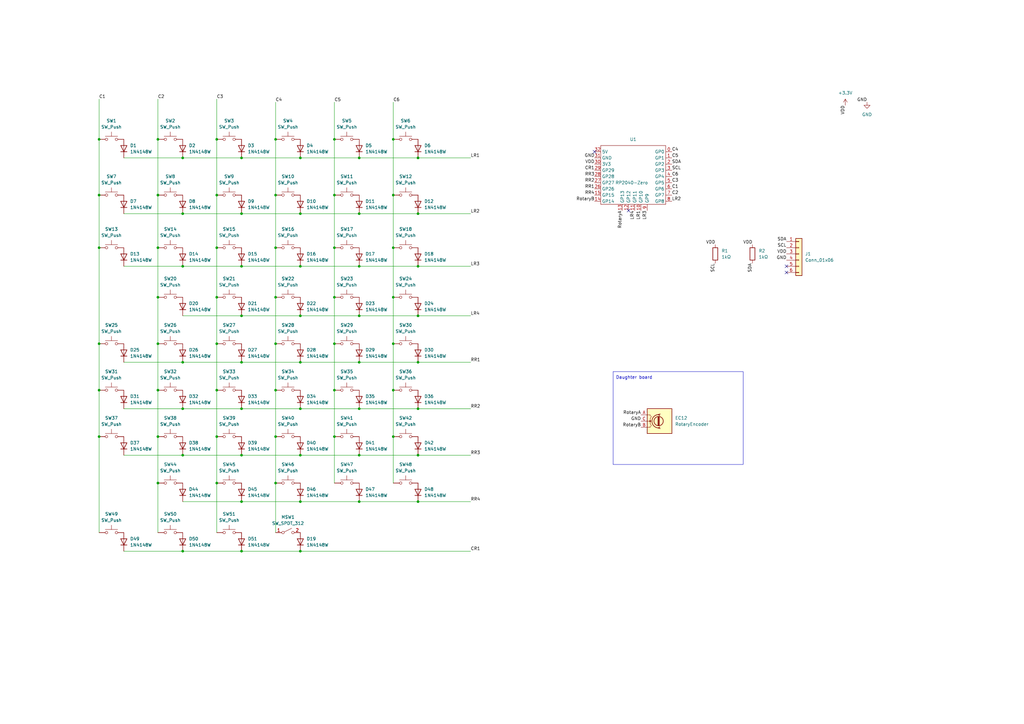
<source format=kicad_sch>
(kicad_sch (version 20231120) (generator "eeschema") (generator_version "8.0")
  (paper "A3")
  (lib_symbols
    (symbol "Connector_Generic:Conn_01x06" (pin_names (offset 1.016) hide)
      (property "Reference" "J" (at 0 7.62 0))
      (property "Value" "Conn_01x06" (at 0 -10.16 0))
      (symbol "Conn_01x06_1_1"
        (rectangle (start -1.27 -7.493) (end 0 -7.747) (stroke (width 0.1524)))
        (rectangle (start -1.27 -4.953) (end 0 -5.207) (stroke (width 0.1524)))
        (rectangle (start -1.27 -2.413) (end 0 -2.667) (stroke (width 0.1524)))
        (rectangle (start -1.27 0.127) (end 0 -0.127) (stroke (width 0.1524)))
        (rectangle (start -1.27 2.667) (end 0 2.413) (stroke (width 0.1524)))
        (rectangle (start -1.27 5.207) (end 0 4.953) (stroke (width 0.1524)))
        (rectangle (start -1.27 6.35) (end 1.27 -8.89) (stroke (width 0.254)) (fill (type background)))
        (pin passive line (at -5.08 5.08 0) (length 3.81) (name "Pin_1") (number "1"))
        (pin passive line (at -5.08 2.54 0) (length 3.81) (name "Pin_2") (number "2"))
        (pin passive line (at -5.08 0 0) (length 3.81) (name "Pin_3") (number "3"))
        (pin passive line (at -5.08 -2.54 0) (length 3.81) (name "Pin_4") (number "4"))
        (pin passive line (at -5.08 -5.08 0) (length 3.81) (name "Pin_5") (number "5"))
        (pin passive line (at -5.08 -7.62 0) (length 3.81) (name "Pin_6") (number "6"))
      )
    )
    (symbol "Device:R" (pin_numbers hide) (pin_names (offset 0))
      (property "Reference" "R" (at 2.032 0 90))
      (property "Value" "R" (at 0 0 90))
      (symbol "R_0_1"
        (rectangle (start -1.016 -2.54) (end 1.016 2.54) (stroke (width 0.254)))
      )
      (symbol "R_1_1"
        (pin passive line (at 0 3.81 270) (length 1.27) (name "~") (number "1"))
        (pin passive line (at 0 -3.81 90) (length 1.27) (name "~") (number "2"))
      )
    )
    (symbol "Device:RotaryEncoder" (pin_names (offset 0.254) hide)
      (property "Reference" "SW" (at 0 6.604 0))
      (property "Value" "RotaryEncoder" (at 0 -6.604 0))
      (symbol "RotaryEncoder_0_1"
        (rectangle (start -5.08 5.08) (end 5.08 -5.08) (stroke (width 0.254)) (fill (type background)))
        (circle (center -3.81 0) (radius 0.254) (fill (type outline)))
        (circle (center -0.381 0) (radius 1.905) (stroke (width 0.254)))
        (arc (start -0.381 2.667) (mid -3.0988 -0.0635) (end -0.381 -2.794) (stroke (width 0.254)))
        (polyline (pts (xy -0.635 -1.778) (xy -0.635 1.778)) (stroke (width 0.254)))
        (polyline (pts (xy -0.381 -1.778) (xy -0.381 1.778)) (stroke (width 0.254)))
        (polyline (pts (xy -0.127 1.778) (xy -0.127 -1.778)) (stroke (width 0.254)))
        (polyline (pts (xy -5.08 -2.54) (xy -3.81 -2.54) (xy -3.81 -2.032)))
        (polyline (pts (xy -5.08 2.54) (xy -3.81 2.54) (xy -3.81 2.032)))
        (polyline (pts (xy 0.254 -3.048) (xy -0.508 -2.794) (xy 0.127 -2.413)) (stroke (width 0.254)))
        (polyline (pts (xy 0.254 2.921) (xy -0.508 2.667) (xy 0.127 2.286)) (stroke (width 0.254)))
        (polyline (pts (xy -5.08 0) (xy -3.81 0) (xy -3.81 -1.016) (xy -3.302 -2.032)))
        (polyline (pts (xy -4.318 0) (xy -3.81 0) (xy -3.81 1.016) (xy -3.302 2.032)))
      )
      (symbol "RotaryEncoder_1_1"
        (pin passive line (at -7.62 2.54 0) (length 2.54) (name "A") (number "A"))
        (pin passive line (at -7.62 -2.54 0) (length 2.54) (name "B") (number "B"))
        (pin passive line (at -7.62 0 0) (length 2.54) (name "C") (number "C"))
      )
    )
    (symbol "Diode:1N4148W" (pin_numbers hide) (pin_names hide)
      (property "Reference" "D" (at 0 2.54 0))
      (property "Value" "1N4148W" (at 0 -2.54 0))
      (symbol "1N4148W_0_1"
        (polyline (pts (xy -1.27 1.27) (xy -1.27 -1.27)) (stroke (width 0.254)))
        (polyline (pts (xy 1.27 0) (xy -1.27 0)))
        (polyline (pts (xy 1.27 1.27) (xy 1.27 -1.27) (xy -1.27 0) (xy 1.27 1.27)) (stroke (width 0.254)))
      )
      (symbol "1N4148W_1_1"
        (pin passive line (at -3.81 0 0) (length 2.54) (name "K") (number "1"))
        (pin passive line (at 3.81 0 180) (length 2.54) (name "A") (number "2"))
      )
    )
    (symbol "Switch:SW_Push" (pin_numbers hide) (pin_names (offset 1.016) hide)
      (property "Reference" "SW" (at 1.27 2.54 0))
      (property "Value" "SW_Push" (at 0 -1.524 0))
      (symbol "SW_Push_0_1"
        (circle (center -2.032 0) (radius 0.508))
        (polyline (pts (xy 0 1.27) (xy 0 3.048)))
        (polyline (pts (xy 2.54 1.27) (xy -2.54 1.27)))
        (circle (center 2.032 0) (radius 0.508))
        (pin passive line (at -5.08 0 0) (length 2.54) (name "1") (number "1"))
        (pin passive line (at 5.08 0 180) (length 2.54) (name "2") (number "2"))
      )
    )
    (symbol "Switch:SW_SPST" (pin_names (offset 0) hide)
      (property "Reference" "SW" (at 0 3.175 0))
      (property "Value" "SW_SPST" (at 0 -2.54 0))
      (symbol "SW_SPST_0_0"
        (circle (center -2.032 0) (radius 0.508))
        (polyline (pts (xy -1.524 0.254) (xy 1.524 1.778)))
        (circle (center 2.032 0) (radius 0.508))
      )
      (symbol "SW_SPST_1_1"
        (pin passive line (at -5.08 0 0) (length 2.54) (name "A") (number "1"))
        (pin passive line (at 5.08 0 180) (length 2.54) (name "B") (number "2"))
      )
    )
    (symbol "keyboard:RP2040-zero"
      (property "Reference" "U" (at 0 0 0))
      (symbol "RP2040-zero_0_1"
        (rectangle (start -13.97 11.43) (end 12.7 -12.7))
      )
      (symbol "RP2040-zero_1_1"
        (pin passive line (at 15.24 8.89 180) (length 2.54) (name "GP0") (number "0"))
        (pin passive line (at 15.24 6.35 180) (length 2.54) (name "GP1") (number "1"))
        (pin passive line (at 2.54 -15.24 90) (length 2.54) (name "GP10") (number "10"))
        (pin passive line (at 0 -15.24 90) (length 2.54) (name "GP11") (number "11"))
        (pin passive line (at -2.54 -15.24 90) (length 2.54) (name "GP12") (number "12"))
        (pin passive line (at -5.08 -15.24 90) (length 2.54) (name "GP13") (number "13"))
        (pin passive line (at -16.51 -11.43 0) (length 2.54) (name "GP14") (number "14"))
        (pin passive line (at -16.51 -8.89 0) (length 2.54) (name "GP15") (number "15"))
        (pin passive line (at 15.24 3.81 180) (length 2.54) (name "GP2") (number "2"))
        (pin passive line (at -16.51 -6.35 0) (length 2.54) (name "GP26") (number "26"))
        (pin passive line (at -16.51 -3.81 0) (length 2.54) (name "GP27") (number "27"))
        (pin passive line (at -16.51 -1.27 0) (length 2.54) (name "GP28") (number "28"))
        (pin passive line (at -16.51 1.27 0) (length 2.54) (name "GP29") (number "29"))
        (pin passive line (at 15.24 1.27 180) (length 2.54) (name "GP3") (number "3"))
        (pin power_out line (at -16.51 3.81 0) (length 2.54) (name "3V3") (number "30"))
        (pin power_out line (at -16.51 6.35 0) (length 2.54) (name "GND") (number "31"))
        (pin power_out line (at -16.51 8.89 0) (length 2.54) (name "5V") (number "32"))
        (pin passive line (at 15.24 -1.27 180) (length 2.54) (name "GP4") (number "4"))
        (pin passive line (at 15.24 -3.81 180) (length 2.54) (name "GP5") (number "5"))
        (pin passive line (at 15.24 -6.35 180) (length 2.54) (name "GP6") (number "6"))
        (pin passive line (at 15.24 -8.89 180) (length 2.54) (name "GP7") (number "7"))
        (pin passive line (at 15.24 -11.43 180) (length 2.54) (name "GP8") (number "8"))
        (pin passive line (at 5.08 -15.24 90) (length 2.54) (name "GP9") (number "9"))
      )
    )
    (symbol "power:+3.3V" (power) (pin_names (offset 0))
      (property "Value" "+3.3V" (at 0 3.556 0))
      (symbol "+3.3V_0_1"
        (polyline (pts (xy -0.762 1.27) (xy 0 2.54)))
        (polyline (pts (xy 0 0) (xy 0 2.54)))
        (polyline (pts (xy 0 2.54) (xy 0.762 1.27)))
      )
      (symbol "+3.3V_1_1"
        (pin power_in line (at 0 0 90) (length 0) hide (name "+3.3V") (number "1"))
      )
    )
    (symbol "power:GND" (power) (pin_names (offset 0))
      (property "Value" "GND" (at 0 -3.81 0))
      (symbol "GND_0_1"
        (polyline (pts (xy 0 0) (xy 0 -1.27) (xy 1.27 -1.27) (xy 0 -2.54) (xy -1.27 -1.27) (xy 0 -1.27)))
      )
      (symbol "GND_1_1"
        (pin power_in line (at 0 0 270) (length 0) hide (name "GND") (number "1"))
      )
    )
  )
  (junction (at 40.64 57.15))
  (junction (at 147.32 205.74))
  (junction (at 147.32 64.77))
  (junction (at 113.03 179.07))
  (junction (at 64.77 179.07))
  (junction (at 99.06 64.77))
  (junction (at 113.03 57.15))
  (junction (at 99.06 226.06))
  (junction (at 88.9 179.07))
  (junction (at 99.06 148.59))
  (junction (at 40.64 160.02))
  (junction (at 123.19 167.64))
  (junction (at 147.32 186.69))
  (junction (at 161.29 160.02))
  (junction (at 99.06 87.63))
  (junction (at 161.29 57.15))
  (junction (at 113.03 160.02))
  (junction (at 40.64 80.01))
  (junction (at 74.93 109.22))
  (junction (at 113.03 198.12))
  (junction (at 74.93 87.63))
  (junction (at 161.29 80.01))
  (junction (at 99.06 167.64))
  (junction (at 74.93 186.69))
  (junction (at 171.45 109.22))
  (junction (at 147.32 129.54))
  (junction (at 161.29 101.6))
  (junction (at 161.29 179.07))
  (junction (at 123.19 87.63))
  (junction (at 99.06 186.69))
  (junction (at 171.45 167.64))
  (junction (at 113.03 121.92))
  (junction (at 123.19 205.74))
  (junction (at 137.16 160.02))
  (junction (at 147.32 109.22))
  (junction (at 147.32 148.59))
  (junction (at 171.45 205.74))
  (junction (at 123.19 226.06))
  (junction (at 74.93 226.06))
  (junction (at 137.16 179.07))
  (junction (at 40.64 101.6))
  (junction (at 137.16 140.97))
  (junction (at 64.77 101.6))
  (junction (at 88.9 57.15))
  (junction (at 64.77 121.92))
  (junction (at 123.19 148.59))
  (junction (at 88.9 121.92))
  (junction (at 99.06 129.54))
  (junction (at 137.16 101.6))
  (junction (at 64.77 57.15))
  (junction (at 137.16 121.92))
  (junction (at 161.29 121.92))
  (junction (at 123.19 186.69))
  (junction (at 88.9 140.97))
  (junction (at 74.93 167.64))
  (junction (at 40.64 140.97))
  (junction (at 74.93 64.77))
  (junction (at 88.9 160.02))
  (junction (at 88.9 101.6))
  (junction (at 64.77 198.12))
  (junction (at 161.29 140.97))
  (junction (at 64.77 140.97))
  (junction (at 113.03 140.97))
  (junction (at 113.03 101.6))
  (junction (at 171.45 87.63))
  (junction (at 64.77 80.01))
  (junction (at 171.45 186.69))
  (junction (at 88.9 198.12))
  (junction (at 88.9 80.01))
  (junction (at 123.19 64.77))
  (junction (at 171.45 129.54))
  (junction (at 147.32 87.63))
  (junction (at 171.45 148.59))
  (junction (at 171.45 64.77))
  (junction (at 40.64 179.07))
  (junction (at 74.93 148.59))
  (junction (at 99.06 109.22))
  (junction (at 123.19 129.54))
  (junction (at 147.32 167.64))
  (junction (at 99.06 205.74))
  (junction (at 123.19 109.22))
  (junction (at 137.16 57.15))
  (junction (at 137.16 80.01))
  (junction (at 113.03 80.01))
  (junction (at 64.77 160.02))
  (no_connect (at 322.58 109.22))
  (no_connect (at 322.58 111.76))
  (no_connect (at 257.81 86.36))
  (no_connect (at 243.84 62.23))
  (wire (pts (xy 147.32 167.64) (xy 171.45 167.64)))
  (wire (pts (xy 64.77 179.07) (xy 64.77 198.12)))
  (wire (pts (xy 88.9 179.07) (xy 88.9 198.12)))
  (wire (pts (xy 50.8 87.63) (xy 74.93 87.63)))
  (wire (pts (xy 137.16 41.91) (xy 137.16 57.15)))
  (wire (pts (xy 171.45 148.59) (xy 193.04 148.59)))
  (wire (pts (xy 88.9 121.92) (xy 88.9 140.97)))
  (wire (pts (xy 40.64 57.15) (xy 40.64 80.01)))
  (wire (pts (xy 147.32 186.69) (xy 171.45 186.69)))
  (wire (pts (xy 161.29 57.15) (xy 161.29 80.01)))
  (wire (pts (xy 137.16 101.6) (xy 137.16 121.92)))
  (wire (pts (xy 171.45 186.69) (xy 193.04 186.69)))
  (wire (pts (xy 64.77 101.6) (xy 64.77 121.92)))
  (wire (pts (xy 64.77 121.92) (xy 64.77 140.97)))
  (wire (pts (xy 161.29 140.97) (xy 161.29 160.02)))
  (wire (pts (xy 171.45 205.74) (xy 193.04 205.74)))
  (wire (pts (xy 74.93 167.64) (xy 99.06 167.64)))
  (wire (pts (xy 99.06 148.59) (xy 123.19 148.59)))
  (wire (pts (xy 74.93 205.74) (xy 99.06 205.74)))
  (wire (pts (xy 50.8 186.69) (xy 74.93 186.69)))
  (wire (pts (xy 113.03 160.02) (xy 113.03 179.07)))
  (wire (pts (xy 113.03 80.01) (xy 113.03 101.6)))
  (wire (pts (xy 113.03 41.91) (xy 113.03 57.15)))
  (wire (pts (xy 137.16 121.92) (xy 137.16 140.97)))
  (wire (pts (xy 171.45 109.22) (xy 193.04 109.22)))
  (wire (pts (xy 88.9 40.64) (xy 88.9 57.15)))
  (wire (pts (xy 113.03 140.97) (xy 113.03 160.02)))
  (wire (pts (xy 123.19 129.54) (xy 147.32 129.54)))
  (wire (pts (xy 74.93 129.54) (xy 99.06 129.54)))
  (wire (pts (xy 99.06 226.06) (xy 123.19 226.06)))
  (wire (pts (xy 137.16 179.07) (xy 137.16 198.12)))
  (wire (pts (xy 147.32 64.77) (xy 171.45 64.77)))
  (wire (pts (xy 40.64 40.64) (xy 40.64 57.15)))
  (wire (pts (xy 74.93 109.22) (xy 99.06 109.22)))
  (wire (pts (xy 88.9 80.01) (xy 88.9 101.6)))
  (wire (pts (xy 123.19 87.63) (xy 147.32 87.63)))
  (wire (pts (xy 113.03 198.12) (xy 113.03 218.44)))
  (wire (pts (xy 74.93 226.06) (xy 99.06 226.06)))
  (wire (pts (xy 161.29 101.6) (xy 161.29 121.92)))
  (wire (pts (xy 50.8 64.77) (xy 74.93 64.77)))
  (wire (pts (xy 161.29 41.91) (xy 161.29 57.15)))
  (wire (pts (xy 40.64 80.01) (xy 40.64 101.6)))
  (wire (pts (xy 123.19 205.74) (xy 147.32 205.74)))
  (wire (pts (xy 171.45 87.63) (xy 193.04 87.63)))
  (wire (pts (xy 123.19 64.77) (xy 147.32 64.77)))
  (wire (pts (xy 88.9 198.12) (xy 88.9 218.44)))
  (wire (pts (xy 64.77 198.12) (xy 64.77 218.44)))
  (wire (pts (xy 74.93 64.77) (xy 99.06 64.77)))
  (wire (pts (xy 123.19 148.59) (xy 147.32 148.59)))
  (wire (pts (xy 147.32 87.63) (xy 171.45 87.63)))
  (wire (pts (xy 161.29 121.92) (xy 161.29 140.97)))
  (wire (pts (xy 40.64 160.02) (xy 40.64 179.07)))
  (wire (pts (xy 40.64 179.07) (xy 40.64 218.44)))
  (wire (pts (xy 88.9 140.97) (xy 88.9 160.02)))
  (wire (pts (xy 64.77 40.64) (xy 64.77 57.15)))
  (wire (pts (xy 113.03 57.15) (xy 113.03 80.01)))
  (wire (pts (xy 147.32 129.54) (xy 171.45 129.54)))
  (wire (pts (xy 64.77 80.01) (xy 64.77 101.6)))
  (wire (pts (xy 137.16 57.15) (xy 137.16 80.01)))
  (wire (pts (xy 137.16 160.02) (xy 137.16 179.07)))
  (wire (pts (xy 123.19 226.06) (xy 193.04 226.06)))
  (wire (pts (xy 171.45 64.77) (xy 193.04 64.77)))
  (wire (pts (xy 64.77 160.02) (xy 64.77 179.07)))
  (wire (pts (xy 113.03 179.07) (xy 113.03 198.12)))
  (wire (pts (xy 161.29 179.07) (xy 161.29 198.12)))
  (wire (pts (xy 123.19 109.22) (xy 147.32 109.22)))
  (wire (pts (xy 64.77 57.15) (xy 64.77 80.01)))
  (wire (pts (xy 113.03 101.6) (xy 113.03 121.92)))
  (wire (pts (xy 171.45 167.64) (xy 193.04 167.64)))
  (wire (pts (xy 99.06 109.22) (xy 123.19 109.22)))
  (wire (pts (xy 99.06 87.63) (xy 123.19 87.63)))
  (wire (pts (xy 171.45 129.54) (xy 193.04 129.54)))
  (wire (pts (xy 123.19 186.69) (xy 147.32 186.69)))
  (wire (pts (xy 99.06 167.64) (xy 123.19 167.64)))
  (wire (pts (xy 99.06 64.77) (xy 123.19 64.77)))
  (wire (pts (xy 50.8 226.06) (xy 74.93 226.06)))
  (wire (pts (xy 137.16 80.01) (xy 137.16 101.6)))
  (wire (pts (xy 123.19 167.64) (xy 147.32 167.64)))
  (wire (pts (xy 50.8 167.64) (xy 74.93 167.64)))
  (wire (pts (xy 161.29 160.02) (xy 161.29 179.07)))
  (wire (pts (xy 147.32 205.74) (xy 171.45 205.74)))
  (wire (pts (xy 88.9 160.02) (xy 88.9 179.07)))
  (wire (pts (xy 88.9 101.6) (xy 88.9 121.92)))
  (wire (pts (xy 64.77 140.97) (xy 64.77 160.02)))
  (wire (pts (xy 40.64 101.6) (xy 40.64 140.97)))
  (wire (pts (xy 137.16 140.97) (xy 137.16 160.02)))
  (wire (pts (xy 50.8 148.59) (xy 74.93 148.59)))
  (wire (pts (xy 88.9 57.15) (xy 88.9 80.01)))
  (wire (pts (xy 113.03 121.92) (xy 113.03 140.97)))
  (wire (pts (xy 161.29 80.01) (xy 161.29 101.6)))
  (wire (pts (xy 99.06 186.69) (xy 123.19 186.69)))
  (wire (pts (xy 74.93 148.59) (xy 99.06 148.59)))
  (wire (pts (xy 147.32 109.22) (xy 171.45 109.22)))
  (wire (pts (xy 40.64 140.97) (xy 40.64 160.02)))
  (wire (pts (xy 99.06 129.54) (xy 123.19 129.54)))
  (wire (pts (xy 50.8 109.22) (xy 74.93 109.22)))
  (wire (pts (xy 99.06 205.74) (xy 123.19 205.74)))
  (wire (pts (xy 147.32 148.59) (xy 171.45 148.59)))
  (wire (pts (xy 74.93 87.63) (xy 99.06 87.63)))
  (wire (pts (xy 74.93 186.69) (xy 99.06 186.69)))
  (rectangle (start 251.46 152.4) (end 304.8 190.5))
  (text "Daughter board" (at 260.096 154.94 0) (effects (font (size 1.27 1.27))))
  (label "LR2" (at 275.59 82.55 0))
  (label "SCL" (at 293.37 107.95 270))
  (label "GND" (at 243.84 64.77 180))
  (label "LR1" (at 193.04 64.77 0))
  (label "LR3" (at 193.04 109.22 0))
  (label "CR1" (at 193.04 226.06 0))
  (label "RR3" (at 243.84 72.39 180))
  (label "C1" (at 40.64 40.64 0))
  (label "GND" (at 322.58 106.68 180))
  (label "LR4" (at 193.04 129.54 0))
  (label "RR2" (at 193.04 167.64 0))
  (label "SDA" (at 275.59 67.31 0))
  (label "VDD" (at 322.58 104.14 180))
  (label "RR3" (at 193.04 186.69 0))
  (label "RotaryA" (at 262.89 170.18 180))
  (label "SDA" (at 308.61 107.95 270))
  (label "C6" (at 161.29 41.91 0))
  (label "C2" (at 64.77 40.64 0))
  (label "RotaryB" (at 262.89 175.26 180))
  (label "LR4" (at 260.35 86.36 270))
  (label "CR1" (at 243.84 69.85 180))
  (label "LR2" (at 193.04 87.63 0))
  (label "SDA" (at 322.58 99.06 180))
  (label "RR4" (at 193.04 205.74 0))
  (label "RR1" (at 243.84 77.47 180))
  (label "C3" (at 88.9 40.64 0))
  (label "C4" (at 275.59 62.23 0))
  (label "RotaryB" (at 243.84 82.55 180))
  (label "RR2" (at 243.84 74.93 180))
  (label "RotaryA" (at 255.27 86.36 270))
  (label "C2" (at 275.59 80.01 0))
  (label "LR3" (at 265.43 86.36 270))
  (label "C1" (at 275.59 77.47 0))
  (label "C5" (at 275.59 64.77 0))
  (label "C3" (at 275.59 74.93 0))
  (label "GND" (at 262.89 172.72 180))
  (label "RR1" (at 193.04 148.59 0))
  (label "LR1" (at 262.89 86.36 270))
  (label "VDD" (at 243.84 67.31 180))
  (label "VDD" (at 308.61 100.33 180))
  (label "C6" (at 275.59 72.39 0))
  (label "GND" (at 355.6 41.91 180))
  (label "SCL" (at 275.59 69.85 0))
  (label "SCL" (at 322.58 101.6 180))
  (label "RR4" (at 243.84 80.01 180))
  (label "C4" (at 113.03 41.91 0))
  (label "VDD" (at 293.37 100.33 180))
  (label "C5" (at 137.16 41.91 0))
  (label "VDD" (at 346.71 43.18 270))
  (symbol (lib_id "Diode:1N4148W") (at 123.19 163.83 90) (unit 1)
    (property "Reference" "D34" (at 125.73 162.56 90) (effects (justify right)))
    (property "Value" "1N4148W" (at 125.73 165.1 90) (effects (justify right)))
    (property "Footprint" "Diode_SMD:D_SOD-123" (effects (hide yes)))
    (property "Datasheet" "https://www.vishay.com/docs/85748/1n4148w.pdf" (effects (hide yes)))
    (property "Sim.Device" "D" (effects (hide yes)))
    (property "Sim.Pins" "1=K 2=A" (effects (hide yes)))
  )
  (symbol (lib_id "Switch:SW_Push") (at 69.85 218.44 0) (unit 1)
    (property "Reference" "SW50" (at 69.85 210.82 0))
    (property "Value" "SW_Push" (at 69.85 213.36 0))
    (property "Footprint" "keyboard:Choc_Socket" (effects (hide yes)))
  )
  (symbol (lib_id "Switch:SW_Push") (at 166.37 121.92 0) (unit 1)
    (property "Reference" "SW24" (at 166.37 114.3 0))
    (property "Value" "SW_Push" (at 166.37 116.84 0))
    (property "Footprint" "keyboard:Choc_Socket-flex-drill_top" (effects (hide yes)))
  )
  (symbol (lib_id "Device:RotaryEncoder") (at 270.51 172.72 0) (unit 1)
    (property "Reference" "EC12" (at 276.86 171.4499 0) (effects (justify left)))
    (property "Value" "RotaryEncoder" (at 276.86 173.9899 0) (effects (justify left)))
    (property "Footprint" "Rotary_Encoder:RotaryEncoder_Alps_EC12E_Vertical_H20mm" (effects (hide yes)))
    (property "Datasheet" "https://tech.alpsalpine.com/j/products/detail/EC10E1220505/" (effects (hide yes)))
    (property "Description" "Rotary encoder, dual channel, incremental quadrate outputs" (effects (hide yes)))
  )
  (symbol (lib_id "Diode:1N4148W") (at 99.06 83.82 90) (unit 1)
    (property "Reference" "D9" (at 101.6 82.55 90) (effects (justify right)))
    (property "Value" "1N4148W" (at 101.6 85.09 90) (effects (justify right)))
    (property "Footprint" "Diode_SMD:D_SOD-123" (effects (hide yes)))
    (property "Datasheet" "https://www.vishay.com/docs/85748/1n4148w.pdf" (effects (hide yes)))
    (property "Sim.Device" "D" (effects (hide yes)))
    (property "Sim.Pins" "1=K 2=A" (effects (hide yes)))
  )
  (symbol (lib_id "Device:R") (at 308.61 104.14 0) (unit 1)
    (property "Reference" "R2" (at 311.15 102.87 0) (effects (justify left)))
    (property "Value" "1kΩ" (at 311.15 105.41 0) (effects (justify left)))
    (property "Footprint" "Resistor_SMD:R_0603_1608Metric" (effects (hide yes)))
  )
  (symbol (lib_id "Switch:SW_Push") (at 118.11 198.12 0) (unit 1)
    (property "Reference" "SW46" (at 118.11 190.5 0))
    (property "Value" "SW_Push" (at 118.11 193.04 0))
    (property "Footprint" "keyboard:Choc_Socket-flex-drill_2" (effects (hide yes)))
  )
  (symbol (lib_id "Diode:1N4148W") (at 74.93 60.96 90) (unit 1)
    (property "Reference" "D2" (at 77.47 59.69 90) (effects (justify right)))
    (property "Value" "1N4148W" (at 77.47 62.23 90) (effects (justify right)))
    (property "Footprint" "Diode_SMD:D_SOD-123" (effects (hide yes)))
    (property "Datasheet" "https://www.vishay.com/docs/85748/1n4148w.pdf" (effects (hide yes)))
    (property "Sim.Device" "D" (effects (hide yes)))
    (property "Sim.Pins" "1=K 2=A" (effects (hide yes)))
  )
  (symbol (lib_id "Switch:SW_Push") (at 93.98 140.97 0) (unit 1)
    (property "Reference" "SW27" (at 93.98 133.35 0))
    (property "Value" "SW_Push" (at 93.98 135.89 0))
    (property "Footprint" "keyboard:Choc_Socket-flex-drill_2" (effects (hide yes)))
  )
  (symbol (lib_id "Diode:1N4148W") (at 99.06 182.88 90) (unit 1)
    (property "Reference" "D39" (at 101.6 181.61 90) (effects (justify right)))
    (property "Value" "1N4148W" (at 101.6 184.15 90) (effects (justify right)))
    (property "Footprint" "Diode_SMD:D_SOD-123" (effects (hide yes)))
    (property "Datasheet" "https://www.vishay.com/docs/85748/1n4148w.pdf" (effects (hide yes)))
    (property "Sim.Device" "D" (effects (hide yes)))
    (property "Sim.Pins" "1=K 2=A" (effects (hide yes)))
  )
  (symbol (lib_id "Switch:SW_Push") (at 93.98 160.02 0) (unit 1)
    (property "Reference" "SW33" (at 93.98 152.4 0))
    (property "Value" "SW_Push" (at 93.98 154.94 0))
    (property "Footprint" "keyboard:Choc_Socket-flex-drill_2" (effects (hide yes)))
  )
  (symbol (lib_id "Diode:1N4148W") (at 147.32 125.73 90) (unit 1)
    (property "Reference" "D23" (at 149.86 124.46 90) (effects (justify right)))
    (property "Value" "1N4148W" (at 149.86 127 90) (effects (justify right)))
    (property "Footprint" "Diode_SMD:D_SOD-123" (effects (hide yes)))
    (property "Datasheet" "https://www.vishay.com/docs/85748/1n4148w.pdf" (effects (hide yes)))
    (property "Sim.Device" "D" (effects (hide yes)))
    (property "Sim.Pins" "1=K 2=A" (effects (hide yes)))
  )
  (symbol (lib_id "Switch:SW_Push") (at 118.11 80.01 0) (unit 1)
    (property "Reference" "SW10" (at 118.11 72.39 0))
    (property "Value" "SW_Push" (at 118.11 74.93 0))
    (property "Footprint" "keyboard:Choc_Socket-flex-drill" (effects (hide yes)))
  )
  (symbol (lib_id "Switch:SW_Push") (at 166.37 179.07 0) (unit 1)
    (property "Reference" "SW42" (at 166.37 171.45 0))
    (property "Value" "SW_Push" (at 166.37 173.99 0))
    (property "Footprint" "keyboard:Choc_Socket-flex-drill_2" (effects (hide yes)))
  )
  (symbol (lib_id "Diode:1N4148W") (at 147.32 105.41 90) (unit 1)
    (property "Reference" "D17" (at 149.86 104.14 90) (effects (justify right)))
    (property "Value" "1N4148W" (at 149.86 106.68 90) (effects (justify right)))
    (property "Footprint" "Diode_SMD:D_SOD-123" (effects (hide yes)))
    (property "Datasheet" "https://www.vishay.com/docs/85748/1n4148w.pdf" (effects (hide yes)))
    (property "Sim.Device" "D" (effects (hide yes)))
    (property "Sim.Pins" "1=K 2=A" (effects (hide yes)))
  )
  (symbol (lib_id "Diode:1N4148W") (at 50.8 144.78 90) (unit 1)
    (property "Reference" "D25" (at 53.34 143.51 90) (effects (justify right)))
    (property "Value" "1N4148W" (at 53.34 146.05 90) (effects (justify right)))
    (property "Footprint" "Diode_SMD:D_SOD-123" (effects (hide yes)))
    (property "Datasheet" "https://www.vishay.com/docs/85748/1n4148w.pdf" (effects (hide yes)))
    (property "Sim.Device" "D" (effects (hide yes)))
    (property "Sim.Pins" "1=K 2=A" (effects (hide yes)))
  )
  (symbol (lib_id "Diode:1N4148W") (at 147.32 144.78 90) (unit 1)
    (property "Reference" "D29" (at 149.86 143.51 90) (effects (justify right)))
    (property "Value" "1N4148W" (at 149.86 146.05 90) (effects (justify right)))
    (property "Footprint" "Diode_SMD:D_SOD-123" (effects (hide yes)))
    (property "Datasheet" "https://www.vishay.com/docs/85748/1n4148w.pdf" (effects (hide yes)))
    (property "Sim.Device" "D" (effects (hide yes)))
    (property "Sim.Pins" "1=K 2=A" (effects (hide yes)))
  )
  (symbol (lib_id "Switch:SW_Push") (at 166.37 57.15 0) (unit 1)
    (property "Reference" "SW6" (at 166.37 49.53 0))
    (property "Value" "SW_Push" (at 166.37 52.07 0))
    (property "Footprint" "keyboard:Choc_Socket-flex-drill_top" (effects (hide yes)))
  )
  (symbol (lib_id "Switch:SW_Push") (at 93.98 101.6 0) (unit 1)
    (property "Reference" "SW15" (at 93.98 93.98 0))
    (property "Value" "SW_Push" (at 93.98 96.52 0))
    (property "Footprint" "keyboard:Choc_Socket-flex-drill" (effects (hide yes)))
  )
  (symbol (lib_id "Diode:1N4148W") (at 74.93 222.25 90) (unit 1)
    (property "Reference" "D50" (at 77.47 220.98 90) (effects (justify right)))
    (property "Value" "1N4148W" (at 77.47 223.52 90) (effects (justify right)))
    (property "Footprint" "Diode_SMD:D_SOD-123" (effects (hide yes)))
    (property "Datasheet" "https://www.vishay.com/docs/85748/1n4148w.pdf" (effects (hide yes)))
    (property "Sim.Device" "D" (effects (hide yes)))
    (property "Sim.Pins" "1=K 2=A" (effects (hide yes)))
  )
  (symbol (lib_id "Diode:1N4148W") (at 74.93 182.88 90) (unit 1)
    (property "Reference" "D38" (at 77.47 181.61 90) (effects (justify right)))
    (property "Value" "1N4148W" (at 77.47 184.15 90) (effects (justify right)))
    (property "Footprint" "Diode_SMD:D_SOD-123" (effects (hide yes)))
    (property "Datasheet" "https://www.vishay.com/docs/85748/1n4148w.pdf" (effects (hide yes)))
    (property "Sim.Device" "D" (effects (hide yes)))
    (property "Sim.Pins" "1=K 2=A" (effects (hide yes)))
  )
  (symbol (lib_id "Diode:1N4148W") (at 99.06 125.73 90) (unit 1)
    (property "Reference" "D21" (at 101.6 124.46 90) (effects (justify right)))
    (property "Value" "1N4148W" (at 101.6 127 90) (effects (justify right)))
    (property "Footprint" "Diode_SMD:D_SOD-123" (effects (hide yes)))
    (property "Datasheet" "https://www.vishay.com/docs/85748/1n4148w.pdf" (effects (hide yes)))
    (property "Sim.Device" "D" (effects (hide yes)))
    (property "Sim.Pins" "1=K 2=A" (effects (hide yes)))
  )
  (symbol (lib_id "Switch:SW_Push") (at 142.24 198.12 0) (unit 1)
    (property "Reference" "SW47" (at 142.24 190.5 0))
    (property "Value" "SW_Push" (at 142.24 193.04 0))
    (property "Footprint" "keyboard:Choc_Socket-flex-drill_2" (effects (hide yes)))
  )
  (symbol (lib_id "Diode:1N4148W") (at 171.45 182.88 90) (unit 1)
    (property "Reference" "D42" (at 173.99 181.61 90) (effects (justify right)))
    (property "Value" "1N4148W" (at 173.99 184.15 90) (effects (justify right)))
    (property "Footprint" "Diode_SMD:D_SOD-123" (effects (hide yes)))
    (property "Datasheet" "https://www.vishay.com/docs/85748/1n4148w.pdf" (effects (hide yes)))
    (property "Sim.Device" "D" (effects (hide yes)))
    (property "Sim.Pins" "1=K 2=A" (effects (hide yes)))
  )
  (symbol (lib_id "Switch:SW_Push") (at 45.72 160.02 0) (unit 1)
    (property "Reference" "SW31" (at 45.72 152.4 0))
    (property "Value" "SW_Push" (at 45.72 154.94 0))
    (property "Footprint" "keyboard:Choc_Socket-flex-drill_2" (effects (hide yes)))
  )
  (symbol (lib_id "Diode:1N4148W") (at 99.06 105.41 90) (unit 1)
    (property "Reference" "D15" (at 101.6 104.14 90) (effects (justify right)))
    (property "Value" "1N4148W" (at 101.6 106.68 90) (effects (justify right)))
    (property "Footprint" "Diode_SMD:D_SOD-123" (effects (hide yes)))
    (property "Datasheet" "https://www.vishay.com/docs/85748/1n4148w.pdf" (effects (hide yes)))
    (property "Sim.Device" "D" (effects (hide yes)))
    (property "Sim.Pins" "1=K 2=A" (effects (hide yes)))
  )
  (symbol (lib_id "Switch:SW_SPST") (at 118.11 218.44 0) (unit 1)
    (property "Reference" "MSW1" (at 118.11 212.09 0))
    (property "Value" "SW_SPDT_312" (at 118.11 214.63 0))
    (property "Footprint" "keyboard:MicroSwitch" (effects (hide yes)))
    (property "Description" "Single Pole Single Throw (SPST) switch" (effects (hide yes)))
    (property "Part Name" "D2F-01FL2-A" (effects (hide yes)))
  )
  (symbol (lib_id "Switch:SW_Push") (at 69.85 179.07 0) (unit 1)
    (property "Reference" "SW38" (at 69.85 171.45 0))
    (property "Value" "SW_Push" (at 69.85 173.99 0))
    (property "Footprint" "keyboard:Choc_Socket-flex-drill_2" (effects (hide yes)))
  )
  (symbol (lib_id "Diode:1N4148W") (at 123.19 201.93 90) (unit 1)
    (property "Reference" "D46" (at 125.73 200.66 90) (effects (justify right)))
    (property "Value" "1N4148W" (at 125.73 203.2 90) (effects (justify right)))
    (property "Footprint" "Diode_SMD:D_SOD-123" (effects (hide yes)))
    (property "Datasheet" "https://www.vishay.com/docs/85748/1n4148w.pdf" (effects (hide yes)))
    (property "Sim.Device" "D" (effects (hide yes)))
    (property "Sim.Pins" "1=K 2=A" (effects (hide yes)))
  )
  (symbol (lib_id "Diode:1N4148W") (at 50.8 83.82 90) (unit 1)
    (property "Reference" "D7" (at 53.34 82.55 90) (effects (justify right)))
    (property "Value" "1N4148W" (at 53.34 85.09 90) (effects (justify right)))
    (property "Footprint" "Diode_SMD:D_SOD-123" (effects (hide yes)))
    (property "Datasheet" "https://www.vishay.com/docs/85748/1n4148w.pdf" (effects (hide yes)))
    (property "Sim.Device" "D" (effects (hide yes)))
    (property "Sim.Pins" "1=K 2=A" (effects (hide yes)))
  )
  (symbol (lib_id "keyboard:RP2040-zero") (at 260.35 71.12 0) (unit 1)
    (property "Reference" "U1" (at 259.715 57.15 0))
    (property "Value" "RP2040-Zero" (at 259.08 74.93 0))
    (property "Footprint" "keyboard:RP2040-Zero" (effects (hide yes)))
    (property "Datasheet" "https://www.waveshare.com/wiki/RP2040-Zero" (effects (hide yes)))
  )
  (symbol (lib_id "Switch:SW_Push") (at 45.72 179.07 0) (unit 1)
    (property "Reference" "SW37" (at 45.72 171.45 0))
    (property "Value" "SW_Push" (at 45.72 173.99 0))
    (property "Footprint" "keyboard:Choc_Socket-flex-drill_2" (effects (hide yes)))
  )
  (symbol (lib_id "Diode:1N4148W") (at 147.32 60.96 90) (unit 1)
    (property "Reference" "D5" (at 149.86 59.69 90) (effects (justify right)))
    (property "Value" "1N4148W" (at 149.86 62.23 90) (effects (justify right)))
    (property "Footprint" "Diode_SMD:D_SOD-123" (effects (hide yes)))
    (property "Datasheet" "https://www.vishay.com/docs/85748/1n4148w.pdf" (effects (hide yes)))
    (property "Sim.Device" "D" (effects (hide yes)))
    (property "Sim.Pins" "1=K 2=A" (effects (hide yes)))
  )
  (symbol (lib_id "Diode:1N4148W") (at 123.19 125.73 90) (unit 1)
    (property "Reference" "D22" (at 125.73 124.46 90) (effects (justify right)))
    (property "Value" "1N4148W" (at 125.73 127 90) (effects (justify right)))
    (property "Footprint" "Diode_SMD:D_SOD-123" (effects (hide yes)))
    (property "Datasheet" "https://www.vishay.com/docs/85748/1n4148w.pdf" (effects (hide yes)))
    (property "Sim.Device" "D" (effects (hide yes)))
    (property "Sim.Pins" "1=K 2=A" (effects (hide yes)))
  )
  (symbol (lib_id "Switch:SW_Push") (at 69.85 80.01 0) (unit 1)
    (property "Reference" "SW8" (at 69.85 72.39 0))
    (property "Value" "SW_Push" (at 69.85 74.93 0))
    (property "Footprint" "keyboard:Choc_Socket-flex-drill" (effects (hide yes)))
  )
  (symbol (lib_id "Switch:SW_Push") (at 142.24 140.97 0) (unit 1)
    (property "Reference" "SW29" (at 142.24 133.35 0))
    (property "Value" "SW_Push" (at 142.24 135.89 0))
    (property "Footprint" "keyboard:Choc_Socket-flex-drill_2" (effects (hide yes)))
  )
  (symbol (lib_id "Diode:1N4148W") (at 171.45 60.96 90) (unit 1)
    (property "Reference" "D6" (at 173.99 59.69 90) (effects (justify right)))
    (property "Value" "1N4148W" (at 173.99 62.23 90) (effects (justify right)))
    (property "Footprint" "Diode_SMD:D_SOD-123" (effects (hide yes)))
    (property "Datasheet" "https://www.vishay.com/docs/85748/1n4148w.pdf" (effects (hide yes)))
    (property "Sim.Device" "D" (effects (hide yes)))
    (property "Sim.Pins" "1=K 2=A" (effects (hide yes)))
  )
  (symbol (lib_id "Switch:SW_Push") (at 93.98 57.15 0) (unit 1)
    (property "Reference" "SW3" (at 93.98 49.53 0))
    (property "Value" "SW_Push" (at 93.98 52.07 0))
    (property "Footprint" "keyboard:Choc_Socket-flex-drill_top" (effects (hide yes)))
  )
  (symbol (lib_id "Diode:1N4148W") (at 123.19 60.96 90) (unit 1)
    (property "Reference" "D4" (at 125.73 59.69 90) (effects (justify right)))
    (property "Value" "1N4148W" (at 125.73 62.23 90) (effects (justify right)))
    (property "Footprint" "Diode_SMD:D_SOD-123" (effects (hide yes)))
    (property "Datasheet" "https://www.vishay.com/docs/85748/1n4148w.pdf" (effects (hide yes)))
    (property "Sim.Device" "D" (effects (hide yes)))
    (property "Sim.Pins" "1=K 2=A" (effects (hide yes)))
  )
  (symbol (lib_id "Diode:1N4148W") (at 99.06 144.78 90) (unit 1)
    (property "Reference" "D27" (at 101.6 143.51 90) (effects (justify right)))
    (property "Value" "1N4148W" (at 101.6 146.05 90) (effects (justify right)))
    (property "Footprint" "Diode_SMD:D_SOD-123" (effects (hide yes)))
    (property "Datasheet" "https://www.vishay.com/docs/85748/1n4148w.pdf" (effects (hide yes)))
    (property "Sim.Device" "D" (effects (hide yes)))
    (property "Sim.Pins" "1=K 2=A" (effects (hide yes)))
  )
  (symbol (lib_id "Switch:SW_Push") (at 142.24 179.07 0) (unit 1)
    (property "Reference" "SW41" (at 142.24 171.45 0))
    (property "Value" "SW_Push" (at 142.24 173.99 0))
    (property "Footprint" "keyboard:Choc_Socket-flex-drill_2" (effects (hide yes)))
  )
  (symbol (lib_id "Diode:1N4148W") (at 74.93 144.78 90) (unit 1)
    (property "Reference" "D26" (at 77.47 143.51 90) (effects (justify right)))
    (property "Value" "1N4148W" (at 77.47 146.05 90) (effects (justify right)))
    (property "Footprint" "Diode_SMD:D_SOD-123" (effects (hide yes)))
    (property "Datasheet" "https://www.vishay.com/docs/85748/1n4148w.pdf" (effects (hide yes)))
    (property "Sim.Device" "D" (effects (hide yes)))
    (property "Sim.Pins" "1=K 2=A" (effects (hide yes)))
  )
  (symbol (lib_id "Switch:SW_Push") (at 69.85 57.15 0) (unit 1)
    (property "Reference" "SW2" (at 69.85 49.53 0))
    (property "Value" "SW_Push" (at 69.85 52.07 0))
    (property "Footprint" "keyboard:Choc_Socket-flex-drill_top" (effects (hide yes)))
  )
  (symbol (lib_id "Diode:1N4148W") (at 147.32 201.93 90) (unit 1)
    (property "Reference" "D47" (at 149.86 200.66 90) (effects (justify right)))
    (property "Value" "1N4148W" (at 149.86 203.2 90) (effects (justify right)))
    (property "Footprint" "Diode_SMD:D_SOD-123" (effects (hide yes)))
    (property "Datasheet" "https://www.vishay.com/docs/85748/1n4148w.pdf" (effects (hide yes)))
    (property "Sim.Device" "D" (effects (hide yes)))
    (property "Sim.Pins" "1=K 2=A" (effects (hide yes)))
  )
  (symbol (lib_id "Switch:SW_Push") (at 45.72 101.6 0) (unit 1)
    (property "Reference" "SW13" (at 45.72 93.98 0))
    (property "Value" "SW_Push" (at 45.72 96.52 0))
    (property "Footprint" "keyboard:Choc_Socket-flex-drill" (effects (hide yes)))
  )
  (symbol (lib_id "Diode:1N4148W") (at 147.32 182.88 90) (unit 1)
    (property "Reference" "D41" (at 149.86 181.61 90) (effects (justify right)))
    (property "Value" "1N4148W" (at 149.86 184.15 90) (effects (justify right)))
    (property "Footprint" "Diode_SMD:D_SOD-123" (effects (hide yes)))
    (property "Datasheet" "https://www.vishay.com/docs/85748/1n4148w.pdf" (effects (hide yes)))
    (property "Sim.Device" "D" (effects (hide yes)))
    (property "Sim.Pins" "1=K 2=A" (effects (hide yes)))
  )
  (symbol (lib_id "Switch:SW_Push") (at 142.24 160.02 0) (unit 1)
    (property "Reference" "SW35" (at 142.24 152.4 0))
    (property "Value" "SW_Push" (at 142.24 154.94 0))
    (property "Footprint" "keyboard:Choc_Socket-flex-drill_2" (effects (hide yes)))
  )
  (symbol (lib_id "Diode:1N4148W") (at 147.32 83.82 90) (unit 1)
    (property "Reference" "D11" (at 149.86 82.55 90) (effects (justify right)))
    (property "Value" "1N4148W" (at 149.86 85.09 90) (effects (justify right)))
    (property "Footprint" "Diode_SMD:D_SOD-123" (effects (hide yes)))
    (property "Datasheet" "https://www.vishay.com/docs/85748/1n4148w.pdf" (effects (hide yes)))
    (property "Sim.Device" "D" (effects (hide yes)))
    (property "Sim.Pins" "1=K 2=A" (effects (hide yes)))
  )
  (symbol (lib_id "Diode:1N4148W") (at 123.19 182.88 90) (unit 1)
    (property "Reference" "D40" (at 125.73 181.61 90) (effects (justify right)))
    (property "Value" "1N4148W" (at 125.73 184.15 90) (effects (justify right)))
    (property "Footprint" "Diode_SMD:D_SOD-123" (effects (hide yes)))
    (property "Datasheet" "https://www.vishay.com/docs/85748/1n4148w.pdf" (effects (hide yes)))
    (property "Sim.Device" "D" (effects (hide yes)))
    (property "Sim.Pins" "1=K 2=A" (effects (hide yes)))
  )
  (symbol (lib_id "Device:R") (at 293.37 104.14 0) (unit 1)
    (property "Reference" "R1" (at 295.91 102.87 0) (effects (justify left)))
    (property "Value" "1kΩ" (at 295.91 105.41 0) (effects (justify left)))
    (property "Footprint" "Resistor_SMD:R_0603_1608Metric" (effects (hide yes)))
  )
  (symbol (lib_id "Switch:SW_Push") (at 166.37 198.12 0) (unit 1)
    (property "Reference" "SW48" (at 166.37 190.5 0))
    (property "Value" "SW_Push" (at 166.37 193.04 0))
    (property "Footprint" "keyboard:Choc_Socket-flex-drill_2" (effects (hide yes)))
  )
  (symbol (lib_id "Diode:1N4148W") (at 171.45 125.73 90) (unit 1)
    (property "Reference" "D24" (at 173.99 124.46 90) (effects (justify right)))
    (property "Value" "1N4148W" (at 173.99 127 90) (effects (justify right)))
    (property "Footprint" "Diode_SMD:D_SOD-123" (effects (hide yes)))
    (property "Datasheet" "https://www.vishay.com/docs/85748/1n4148w.pdf" (effects (hide yes)))
    (property "Sim.Device" "D" (effects (hide yes)))
    (property "Sim.Pins" "1=K 2=A" (effects (hide yes)))
  )
  (symbol (lib_id "Diode:1N4148W") (at 74.93 105.41 90) (unit 1)
    (property "Reference" "D14" (at 77.47 104.14 90) (effects (justify right)))
    (property "Value" "1N4148W" (at 77.47 106.68 90) (effects (justify right)))
    (property "Footprint" "Diode_SMD:D_SOD-123" (effects (hide yes)))
    (property "Datasheet" "https://www.vishay.com/docs/85748/1n4148w.pdf" (effects (hide yes)))
    (property "Sim.Device" "D" (effects (hide yes)))
    (property "Sim.Pins" "1=K 2=A" (effects (hide yes)))
  )
  (symbol (lib_id "Switch:SW_Push") (at 166.37 160.02 0) (unit 1)
    (property "Reference" "SW36" (at 166.37 152.4 0))
    (property "Value" "SW_Push" (at 166.37 154.94 0))
    (property "Footprint" "keyboard:Choc_Socket-flex-drill_2" (effects (hide yes)))
  )
  (symbol (lib_id "Switch:SW_Push") (at 142.24 57.15 0) (unit 1)
    (property "Reference" "SW5" (at 142.24 49.53 0))
    (property "Value" "SW_Push" (at 142.24 52.07 0))
    (property "Footprint" "keyboard:Choc_Socket-flex-drill_top" (effects (hide yes)))
  )
  (symbol (lib_id "power:GND") (at 355.6 41.91 0) (unit 1)
    (property "Reference" "#PWR02" (effects (hide yes)))
    (property "Value" "GND" (at 355.6 46.99 0))
  )
  (symbol (lib_id "Switch:SW_Push") (at 69.85 140.97 0) (unit 1)
    (property "Reference" "SW26" (at 69.85 133.35 0))
    (property "Value" "SW_Push" (at 69.85 135.89 0))
    (property "Footprint" "keyboard:Choc_Socket-flex-drill_2" (effects (hide yes)))
  )
  (symbol (lib_id "Diode:1N4148W") (at 123.19 144.78 90) (unit 1)
    (property "Reference" "D28" (at 125.73 143.51 90) (effects (justify right)))
    (property "Value" "1N4148W" (at 125.73 146.05 90) (effects (justify right)))
    (property "Footprint" "Diode_SMD:D_SOD-123" (effects (hide yes)))
    (property "Datasheet" "https://www.vishay.com/docs/85748/1n4148w.pdf" (effects (hide yes)))
    (property "Sim.Device" "D" (effects (hide yes)))
    (property "Sim.Pins" "1=K 2=A" (effects (hide yes)))
  )
  (symbol (lib_id "Switch:SW_Push") (at 118.11 179.07 0) (unit 1)
    (property "Reference" "SW40" (at 118.11 171.45 0))
    (property "Value" "SW_Push" (at 118.11 173.99 0))
    (property "Footprint" "keyboard:Choc_Socket-flex-drill_2" (effects (hide yes)))
  )
  (symbol (lib_id "Switch:SW_Push") (at 45.72 140.97 0) (unit 1)
    (property "Reference" "SW25" (at 45.72 133.35 0))
    (property "Value" "SW_Push" (at 45.72 135.89 0))
    (property "Footprint" "keyboard:Choc_Socket-flex-drill_2" (effects (hide yes)))
  )
  (symbol (lib_id "Diode:1N4148W") (at 171.45 144.78 90) (unit 1)
    (property "Reference" "D30" (at 173.99 143.51 90) (effects (justify right)))
    (property "Value" "1N4148W" (at 173.99 146.05 90) (effects (justify right)))
    (property "Footprint" "Diode_SMD:D_SOD-123" (effects (hide yes)))
    (property "Datasheet" "https://www.vishay.com/docs/85748/1n4148w.pdf" (effects (hide yes)))
    (property "Sim.Device" "D" (effects (hide yes)))
    (property "Sim.Pins" "1=K 2=A" (effects (hide yes)))
  )
  (symbol (lib_id "Switch:SW_Push") (at 69.85 121.92 0) (unit 1)
    (property "Reference" "SW20" (at 69.85 114.3 0))
    (property "Value" "SW_Push" (at 69.85 116.84 0))
    (property "Footprint" "keyboard:Choc_Socket-flex-drill_bottom" (effects (hide yes)))
  )
  (symbol (lib_id "Diode:1N4148W") (at 99.06 163.83 90) (unit 1)
    (property "Reference" "D33" (at 101.6 162.56 90) (effects (justify right)))
    (property "Value" "1N4148W" (at 101.6 165.1 90) (effects (justify right)))
    (property "Footprint" "Diode_SMD:D_SOD-123" (effects (hide yes)))
    (property "Datasheet" "https://www.vishay.com/docs/85748/1n4148w.pdf" (effects (hide yes)))
    (property "Sim.Device" "D" (effects (hide yes)))
    (property "Sim.Pins" "1=K 2=A" (effects (hide yes)))
  )
  (symbol (lib_id "Switch:SW_Push") (at 118.11 160.02 0) (unit 1)
    (property "Reference" "SW34" (at 118.11 152.4 0))
    (property "Value" "SW_Push" (at 118.11 154.94 0))
    (property "Footprint" "keyboard:Choc_Socket-flex-drill_2" (effects (hide yes)))
  )
  (symbol (lib_id "Diode:1N4148W") (at 50.8 163.83 90) (unit 1)
    (property "Reference" "D31" (at 53.34 162.56 90) (effects (justify right)))
    (property "Value" "1N4148W" (at 53.34 165.1 90) (effects (justify right)))
    (property "Footprint" "Diode_SMD:D_SOD-123" (effects (hide yes)))
    (property "Datasheet" "https://www.vishay.com/docs/85748/1n4148w.pdf" (effects (hide yes)))
    (property "Sim.Device" "D" (effects (hide yes)))
    (property "Sim.Pins" "1=K 2=A" (effects (hide yes)))
  )
  (symbol (lib_id "Switch:SW_Push") (at 69.85 160.02 0) (unit 1)
    (property "Reference" "SW32" (at 69.85 152.4 0))
    (property "Value" "SW_Push" (at 69.85 154.94 0))
    (property "Footprint" "keyboard:Choc_Socket-flex-drill_2" (effects (hide yes)))
  )
  (symbol (lib_id "Diode:1N4148W") (at 171.45 163.83 90) (unit 1)
    (property "Reference" "D36" (at 173.99 162.56 90) (effects (justify right)))
    (property "Value" "1N4148W" (at 173.99 165.1 90) (effects (justify right)))
    (property "Footprint" "Diode_SMD:D_SOD-123" (effects (hide yes)))
    (property "Datasheet" "https://www.vishay.com/docs/85748/1n4148w.pdf" (effects (hide yes)))
    (property "Sim.Device" "D" (effects (hide yes)))
    (property "Sim.Pins" "1=K 2=A" (effects (hide yes)))
  )
  (symbol (lib_id "Switch:SW_Push") (at 45.72 80.01 0) (unit 1)
    (property "Reference" "SW7" (at 45.72 72.39 0))
    (property "Value" "SW_Push" (at 45.72 74.93 0))
    (property "Footprint" "keyboard:Choc_Socket-flex-drill" (effects (hide yes)))
  )
  (symbol (lib_id "Switch:SW_Push") (at 45.72 57.15 0) (unit 1)
    (property "Reference" "SW1" (at 45.72 49.53 0))
    (property "Value" "SW_Push" (at 45.72 52.07 0))
    (property "Footprint" "keyboard:Choc_Socket-flex-drill_top" (effects (hide yes)))
  )
  (symbol (lib_id "Diode:1N4148W") (at 50.8 182.88 90) (unit 1)
    (property "Reference" "D37" (at 53.34 181.61 90) (effects (justify right)))
    (property "Value" "1N4148W" (at 53.34 184.15 90) (effects (justify right)))
    (property "Footprint" "Diode_SMD:D_SOD-123" (effects (hide yes)))
    (property "Datasheet" "https://www.vishay.com/docs/85748/1n4148w.pdf" (effects (hide yes)))
    (property "Sim.Device" "D" (effects (hide yes)))
    (property "Sim.Pins" "1=K 2=A" (effects (hide yes)))
  )
  (symbol (lib_id "Diode:1N4148W") (at 50.8 60.96 90) (unit 1)
    (property "Reference" "D1" (at 53.34 59.69 90) (effects (justify right)))
    (property "Value" "1N4148W" (at 53.34 62.23 90) (effects (justify right)))
    (property "Footprint" "Diode_SMD:D_SOD-123" (effects (hide yes)))
    (property "Datasheet" "https://www.vishay.com/docs/85748/1n4148w.pdf" (effects (hide yes)))
    (property "Sim.Device" "D" (effects (hide yes)))
    (property "Sim.Pins" "1=K 2=A" (effects (hide yes)))
  )
  (symbol (lib_id "Switch:SW_Push") (at 142.24 121.92 0) (unit 1)
    (property "Reference" "SW23" (at 142.24 114.3 0))
    (property "Value" "SW_Push" (at 142.24 116.84 0))
    (property "Footprint" "keyboard:Choc_Socket-flex-drill_top" (effects (hide yes)))
  )
  (symbol (lib_id "Diode:1N4148W") (at 147.32 163.83 90) (unit 1)
    (property "Reference" "D35" (at 149.86 162.56 90) (effects (justify right)))
    (property "Value" "1N4148W" (at 149.86 165.1 90) (effects (justify right)))
    (property "Footprint" "Diode_SMD:D_SOD-123" (effects (hide yes)))
    (property "Datasheet" "https://www.vishay.com/docs/85748/1n4148w.pdf" (effects (hide yes)))
    (property "Sim.Device" "D" (effects (hide yes)))
    (property "Sim.Pins" "1=K 2=A" (effects (hide yes)))
  )
  (symbol (lib_id "Diode:1N4148W") (at 74.93 125.73 90) (unit 1)
    (property "Reference" "D20" (at 77.47 124.46 90) (effects (justify right)))
    (property "Value" "1N4148W" (at 77.47 127 90) (effects (justify right)))
    (property "Footprint" "Diode_SMD:D_SOD-123" (effects (hide yes)))
    (property "Datasheet" "https://www.vishay.com/docs/85748/1n4148w.pdf" (effects (hide yes)))
    (property "Sim.Device" "D" (effects (hide yes)))
    (property "Sim.Pins" "1=K 2=A" (effects (hide yes)))
  )
  (symbol (lib_id "Switch:SW_Push") (at 93.98 179.07 0) (unit 1)
    (property "Reference" "SW39" (at 93.98 171.45 0))
    (property "Value" "SW_Push" (at 93.98 173.99 0))
    (property "Footprint" "keyboard:Choc_Socket-flex-drill_2" (effects (hide yes)))
  )
  (symbol (lib_id "Diode:1N4148W") (at 74.93 83.82 90) (unit 1)
    (property "Reference" "D8" (at 77.47 82.55 90) (effects (justify right)))
    (property "Value" "1N4148W" (at 77.47 85.09 90) (effects (justify right)))
    (property "Footprint" "Diode_SMD:D_SOD-123" (effects (hide yes)))
    (property "Datasheet" "https://www.vishay.com/docs/85748/1n4148w.pdf" (effects (hide yes)))
    (property "Sim.Device" "D" (effects (hide yes)))
    (property "Sim.Pins" "1=K 2=A" (effects (hide yes)))
  )
  (symbol (lib_id "Diode:1N4148W") (at 99.06 201.93 90) (unit 1)
    (property "Reference" "D45" (at 101.6 200.66 90) (effects (justify right)))
    (property "Value" "1N4148W" (at 101.6 203.2 90) (effects (justify right)))
    (property "Footprint" "Diode_SMD:D_SOD-123" (effects (hide yes)))
    (property "Datasheet" "https://www.vishay.com/docs/85748/1n4148w.pdf" (effects (hide yes)))
    (property "Sim.Device" "D" (effects (hide yes)))
    (property "Sim.Pins" "1=K 2=A" (effects (hide yes)))
  )
  (symbol (lib_id "Diode:1N4148W") (at 50.8 105.41 90) (unit 1)
    (property "Reference" "D13" (at 53.34 104.14 90) (effects (justify right)))
    (property "Value" "1N4148W" (at 53.34 106.68 90) (effects (justify right)))
    (property "Footprint" "Diode_SMD:D_SOD-123" (effects (hide yes)))
    (property "Datasheet" "https://www.vishay.com/docs/85748/1n4148w.pdf" (effects (hide yes)))
    (property "Sim.Device" "D" (effects (hide yes)))
    (property "Sim.Pins" "1=K 2=A" (effects (hide yes)))
  )
  (symbol (lib_id "Switch:SW_Push") (at 45.72 218.44 0) (unit 1)
    (property "Reference" "SW49" (at 45.72 210.82 0))
    (property "Value" "SW_Push" (at 45.72 213.36 0))
    (property "Footprint" "keyboard:Choc_Socket" (effects (hide yes)))
  )
  (symbol (lib_id "Connector_Generic:Conn_01x06") (at 327.66 104.14 0) (unit 1)
    (property "Reference" "J1" (at 330.2 104.14 0) (effects (justify left)))
    (property "Value" "Conn_01x06" (at 330.2 106.68 0) (effects (justify left)))
    (property "Footprint" "keyboard:Jushuo_AFC07-S06FCA-00_1x6-1MP_P0.50_Horizontal-JLC" (effects (hide yes)))
    (property "Datasheet" "https://www.lcsc.com/product-detail/FFC-FPC-Connectors_JUSHUO-AFC07-S06FCC-00_C11048.html" (effects (hide yes)))
    (property "LCSC Part #" "  C11048" (effects (hide yes)))
    (property "part url" "https://www.lcsc.com/product-detail/FFC-FPC-Connectors_JUSHUO-AFC07-S06FCC-00_C11048.html" (effects (hide yes)))
  )
  (symbol (lib_id "Switch:SW_Push") (at 69.85 198.12 0) (unit 1)
    (property "Reference" "SW44" (at 69.85 190.5 0))
    (property "Value" "SW_Push" (at 69.85 193.04 0))
    (property "Footprint" "keyboard:Choc_Socket-flex-drill_2" (effects (hide yes)))
  )
  (symbol (lib_id "Diode:1N4148W") (at 171.45 201.93 90) (unit 1)
    (property "Reference" "D48" (at 173.99 200.66 90) (effects (justify right)))
    (property "Value" "1N4148W" (at 173.99 203.2 90) (effects (justify right)))
    (property "Footprint" "Diode_SMD:D_SOD-123" (effects (hide yes)))
    (property "Datasheet" "https://www.vishay.com/docs/85748/1n4148w.pdf" (effects (hide yes)))
    (property "Sim.Device" "D" (effects (hide yes)))
    (property "Sim.Pins" "1=K 2=A" (effects (hide yes)))
  )
  (symbol (lib_id "Switch:SW_Push") (at 166.37 80.01 0) (unit 1)
    (property "Reference" "SW12" (at 166.37 72.39 0))
    (property "Value" "SW_Push" (at 166.37 74.93 0))
    (property "Footprint" "keyboard:Choc_Socket-flex-drill" (effects (hide yes)))
  )
  (symbol (lib_id "Diode:1N4148W") (at 74.93 163.83 90) (unit 1)
    (property "Reference" "D32" (at 77.47 162.56 90) (effects (justify right)))
    (property "Value" "1N4148W" (at 77.47 165.1 90) (effects (justify right)))
    (property "Footprint" "Diode_SMD:D_SOD-123" (effects (hide yes)))
    (property "Datasheet" "https://www.vishay.com/docs/85748/1n4148w.pdf" (effects (hide yes)))
    (property "Sim.Device" "D" (effects (hide yes)))
    (property "Sim.Pins" "1=K 2=A" (effects (hide yes)))
  )
  (symbol (lib_id "Diode:1N4148W") (at 123.19 222.25 90) (unit 1)
    (property "Reference" "D19" (at 125.73 220.98 90) (effects (justify right)))
    (property "Value" "1N4148W" (at 125.73 223.52 90) (effects (justify right)))
    (property "Footprint" "Diode_SMD:D_SOD-123" (effects (hide yes)))
    (property "Datasheet" "https://www.vishay.com/docs/85748/1n4148w.pdf" (effects (hide yes)))
    (property "Sim.Device" "D" (effects (hide yes)))
    (property "Sim.Pins" "1=K 2=A" (effects (hide yes)))
  )
  (symbol (lib_id "Diode:1N4148W") (at 50.8 222.25 90) (unit 1)
    (property "Reference" "D49" (at 53.34 220.98 90) (effects (justify right)))
    (property "Value" "1N4148W" (at 53.34 223.52 90) (effects (justify right)))
    (property "Footprint" "Diode_SMD:D_SOD-123" (effects (hide yes)))
    (property "Datasheet" "https://www.vishay.com/docs/85748/1n4148w.pdf" (effects (hide yes)))
    (property "Sim.Device" "D" (effects (hide yes)))
    (property "Sim.Pins" "1=K 2=A" (effects (hide yes)))
  )
  (symbol (lib_id "Diode:1N4148W") (at 123.19 105.41 90) (unit 1)
    (property "Reference" "D16" (at 125.73 104.14 90) (effects (justify right)))
    (property "Value" "1N4148W" (at 125.73 106.68 90) (effects (justify right)))
    (property "Footprint" "Diode_SMD:D_SOD-123" (effects (hide yes)))
    (property "Datasheet" "https://www.vishay.com/docs/85748/1n4148w.pdf" (effects (hide yes)))
    (property "Sim.Device" "D" (effects (hide yes)))
    (property "Sim.Pins" "1=K 2=A" (effects (hide yes)))
  )
  (symbol (lib_id "Switch:SW_Push") (at 118.11 101.6 0) (unit 1)
    (property "Reference" "SW16" (at 118.11 93.98 0))
    (property "Value" "SW_Push" (at 118.11 96.52 0))
    (property "Footprint" "keyboard:Choc_Socket-flex-drill" (effects (hide yes)))
  )
  (symbol (lib_id "Diode:1N4148W") (at 123.19 83.82 90) (unit 1)
    (property "Reference" "D10" (at 125.73 82.55 90) (effects (justify right)))
    (property "Value" "1N4148W" (at 125.73 85.09 90) (effects (justify right)))
    (property "Footprint" "Diode_SMD:D_SOD-123" (effects (hide yes)))
    (property "Datasheet" "https://www.vishay.com/docs/85748/1n4148w.pdf" (effects (hide yes)))
    (property "Sim.Device" "D" (effects (hide yes)))
    (property "Sim.Pins" "1=K 2=A" (effects (hide yes)))
  )
  (symbol (lib_id "Diode:1N4148W") (at 171.45 105.41 90) (unit 1)
    (property "Reference" "D18" (at 173.99 104.14 90) (effects (justify right)))
    (property "Value" "1N4148W" (at 173.99 106.68 90) (effects (justify right)))
    (property "Footprint" "Diode_SMD:D_SOD-123" (effects (hide yes)))
    (property "Datasheet" "https://www.vishay.com/docs/85748/1n4148w.pdf" (effects (hide yes)))
    (property "Sim.Device" "D" (effects (hide yes)))
    (property "Sim.Pins" "1=K 2=A" (effects (hide yes)))
  )
  (symbol (lib_id "Diode:1N4148W") (at 74.93 201.93 90) (unit 1)
    (property "Reference" "D44" (at 77.47 200.66 90) (effects (justify right)))
    (property "Value" "1N4148W" (at 77.47 203.2 90) (effects (justify right)))
    (property "Footprint" "Diode_SMD:D_SOD-123" (effects (hide yes)))
    (property "Datasheet" "https://www.vishay.com/docs/85748/1n4148w.pdf" (effects (hide yes)))
    (property "Sim.Device" "D" (effects (hide yes)))
    (property "Sim.Pins" "1=K 2=A" (effects (hide yes)))
  )
  (symbol (lib_id "Switch:SW_Push") (at 93.98 80.01 0) (unit 1)
    (property "Reference" "SW9" (at 93.98 72.39 0))
    (property "Value" "SW_Push" (at 93.98 74.93 0))
    (property "Footprint" "keyboard:Choc_Socket-flex-drill" (effects (hide yes)))
  )
  (symbol (lib_id "Switch:SW_Push") (at 118.11 121.92 0) (unit 1)
    (property "Reference" "SW22" (at 118.11 114.3 0))
    (property "Value" "SW_Push" (at 118.11 116.84 0))
    (property "Footprint" "keyboard:Choc_Socket-flex-drill_top" (effects (hide yes)))
  )
  (symbol (lib_id "Diode:1N4148W") (at 99.06 60.96 90) (unit 1)
    (property "Reference" "D3" (at 101.6 59.69 90) (effects (justify right)))
    (property "Value" "1N4148W" (at 101.6 62.23 90) (effects (justify right)))
    (property "Footprint" "Diode_SMD:D_SOD-123" (effects (hide yes)))
    (property "Datasheet" "https://www.vishay.com/docs/85748/1n4148w.pdf" (effects (hide yes)))
    (property "Sim.Device" "D" (effects (hide yes)))
    (property "Sim.Pins" "1=K 2=A" (effects (hide yes)))
  )
  (symbol (lib_id "Switch:SW_Push") (at 118.11 57.15 0) (unit 1)
    (property "Reference" "SW4" (at 118.11 49.53 0))
    (property "Value" "SW_Push" (at 118.11 52.07 0))
    (property "Footprint" "keyboard:Choc_Socket-flex-drill_top" (effects (hide yes)))
  )
  (symbol (lib_id "Diode:1N4148W") (at 171.45 83.82 90) (unit 1)
    (property "Reference" "D12" (at 173.99 82.55 90) (effects (justify right)))
    (property "Value" "1N4148W" (at 173.99 85.09 90) (effects (justify right)))
    (property "Footprint" "Diode_SMD:D_SOD-123" (effects (hide yes)))
    (property "Datasheet" "https://www.vishay.com/docs/85748/1n4148w.pdf" (effects (hide yes)))
    (property "Sim.Device" "D" (effects (hide yes)))
    (property "Sim.Pins" "1=K 2=A" (effects (hide yes)))
  )
  (symbol (lib_id "Diode:1N4148W") (at 99.06 222.25 90) (unit 1)
    (property "Reference" "D51" (at 101.6 220.98 90) (effects (justify right)))
    (property "Value" "1N4148W" (at 101.6 223.52 90) (effects (justify right)))
    (property "Footprint" "Diode_SMD:D_SOD-123" (effects (hide yes)))
    (property "Datasheet" "https://www.vishay.com/docs/85748/1n4148w.pdf" (effects (hide yes)))
    (property "Sim.Device" "D" (effects (hide yes)))
    (property "Sim.Pins" "1=K 2=A" (effects (hide yes)))
  )
  (symbol (lib_id "Switch:SW_Push") (at 142.24 80.01 0) (unit 1)
    (property "Reference" "SW11" (at 142.24 72.39 0))
    (property "Value" "SW_Push" (at 142.24 74.93 0))
    (property "Footprint" "keyboard:Choc_Socket-flex-drill" (effects (hide yes)))
  )
  (symbol (lib_id "Switch:SW_Push") (at 93.98 218.44 0) (unit 1)
    (property "Reference" "SW51" (at 93.98 210.82 0))
    (property "Value" "SW_Push" (at 93.98 213.36 0))
    (property "Footprint" "keyboard:Choc_Socket" (effects (hide yes)))
  )
  (symbol (lib_id "Switch:SW_Push") (at 93.98 121.92 0) (unit 1)
    (property "Reference" "SW21" (at 93.98 114.3 0))
    (property "Value" "SW_Push" (at 93.98 116.84 0))
    (property "Footprint" "keyboard:Choc_Socket-flex-drill_bottom" (effects (hide yes)))
  )
  (symbol (lib_id "power:+3.3V") (at 346.71 43.18 0) (unit 1)
    (property "Reference" "#PWR01" (effects (hide yes)))
    (property "Value" "+3.3V" (at 346.71 38.1 0))
  )
  (symbol (lib_id "Switch:SW_Push") (at 166.37 140.97 0) (unit 1)
    (property "Reference" "SW30" (at 166.37 133.35 0))
    (property "Value" "SW_Push" (at 166.37 135.89 0))
    (property "Footprint" "keyboard:Choc_Socket-flex-drill_2" (effects (hide yes)))
  )
  (symbol (lib_id "Switch:SW_Push") (at 93.98 198.12 0) (unit 1)
    (property "Reference" "SW45" (at 93.98 190.5 0))
    (property "Value" "SW_Push" (at 93.98 193.04 0))
    (property "Footprint" "keyboard:Choc_Socket-flex-drill_2" (effects (hide yes)))
  )
  (symbol (lib_id "Switch:SW_Push") (at 69.85 101.6 0) (unit 1)
    (property "Reference" "SW14" (at 69.85 93.98 0))
    (property "Value" "SW_Push" (at 69.85 96.52 0))
    (property "Footprint" "keyboard:Choc_Socket-flex-drill" (effects (hide yes)))
  )
  (symbol (lib_id "Switch:SW_Push") (at 166.37 101.6 0) (unit 1)
    (property "Reference" "SW18" (at 166.37 93.98 0))
    (property "Value" "SW_Push" (at 166.37 96.52 0))
    (property "Footprint" "keyboard:Choc_Socket-flex-drill" (effects (hide yes)))
  )
  (symbol (lib_id "Switch:SW_Push") (at 118.11 140.97 0) (unit 1)
    (property "Reference" "SW28" (at 118.11 133.35 0))
    (property "Value" "SW_Push" (at 118.11 135.89 0))
    (property "Footprint" "keyboard:Choc_Socket-flex-drill_2" (effects (hide yes)))
  )
  (symbol (lib_id "Switch:SW_Push") (at 142.24 101.6 0) (unit 1)
    (property "Reference" "SW17" (at 142.24 93.98 0))
    (property "Value" "SW_Push" (at 142.24 96.52 0))
    (property "Footprint" "keyboard:Choc_Socket-flex-drill" (effects (hide yes)))
  )
)
</source>
